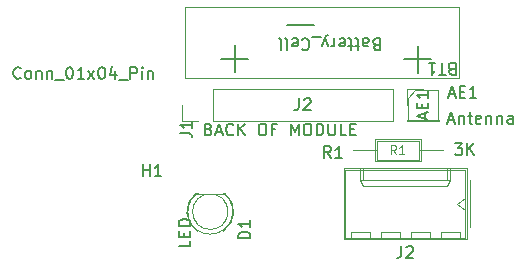
<source format=gbr>
%TF.GenerationSoftware,KiCad,Pcbnew,7.0.2*%
%TF.CreationDate,2023-12-15T19:23:06+00:00*%
%TF.ProjectId,rxhardware,72786861-7264-4776-9172-652e6b696361,rev?*%
%TF.SameCoordinates,Original*%
%TF.FileFunction,Legend,Top*%
%TF.FilePolarity,Positive*%
%FSLAX46Y46*%
G04 Gerber Fmt 4.6, Leading zero omitted, Abs format (unit mm)*
G04 Created by KiCad (PCBNEW 7.0.2) date 2023-12-15 19:23:06*
%MOMM*%
%LPD*%
G01*
G04 APERTURE LIST*
%ADD10C,0.150000*%
%ADD11C,0.108000*%
%ADD12C,0.120000*%
%ADD13C,0.100000*%
G04 APERTURE END LIST*
D10*
X150101428Y-89783809D02*
X150244285Y-89831428D01*
X150244285Y-89831428D02*
X150291904Y-89879047D01*
X150291904Y-89879047D02*
X150339523Y-89974285D01*
X150339523Y-89974285D02*
X150339523Y-90117142D01*
X150339523Y-90117142D02*
X150291904Y-90212380D01*
X150291904Y-90212380D02*
X150244285Y-90260000D01*
X150244285Y-90260000D02*
X150149047Y-90307619D01*
X150149047Y-90307619D02*
X149768095Y-90307619D01*
X149768095Y-90307619D02*
X149768095Y-89307619D01*
X149768095Y-89307619D02*
X150101428Y-89307619D01*
X150101428Y-89307619D02*
X150196666Y-89355238D01*
X150196666Y-89355238D02*
X150244285Y-89402857D01*
X150244285Y-89402857D02*
X150291904Y-89498095D01*
X150291904Y-89498095D02*
X150291904Y-89593333D01*
X150291904Y-89593333D02*
X150244285Y-89688571D01*
X150244285Y-89688571D02*
X150196666Y-89736190D01*
X150196666Y-89736190D02*
X150101428Y-89783809D01*
X150101428Y-89783809D02*
X149768095Y-89783809D01*
X150720476Y-90021904D02*
X151196666Y-90021904D01*
X150625238Y-90307619D02*
X150958571Y-89307619D01*
X150958571Y-89307619D02*
X151291904Y-90307619D01*
X152196666Y-90212380D02*
X152149047Y-90260000D01*
X152149047Y-90260000D02*
X152006190Y-90307619D01*
X152006190Y-90307619D02*
X151910952Y-90307619D01*
X151910952Y-90307619D02*
X151768095Y-90260000D01*
X151768095Y-90260000D02*
X151672857Y-90164761D01*
X151672857Y-90164761D02*
X151625238Y-90069523D01*
X151625238Y-90069523D02*
X151577619Y-89879047D01*
X151577619Y-89879047D02*
X151577619Y-89736190D01*
X151577619Y-89736190D02*
X151625238Y-89545714D01*
X151625238Y-89545714D02*
X151672857Y-89450476D01*
X151672857Y-89450476D02*
X151768095Y-89355238D01*
X151768095Y-89355238D02*
X151910952Y-89307619D01*
X151910952Y-89307619D02*
X152006190Y-89307619D01*
X152006190Y-89307619D02*
X152149047Y-89355238D01*
X152149047Y-89355238D02*
X152196666Y-89402857D01*
X152625238Y-90307619D02*
X152625238Y-89307619D01*
X153196666Y-90307619D02*
X152768095Y-89736190D01*
X153196666Y-89307619D02*
X152625238Y-89879047D01*
X154577619Y-89307619D02*
X154768095Y-89307619D01*
X154768095Y-89307619D02*
X154863333Y-89355238D01*
X154863333Y-89355238D02*
X154958571Y-89450476D01*
X154958571Y-89450476D02*
X155006190Y-89640952D01*
X155006190Y-89640952D02*
X155006190Y-89974285D01*
X155006190Y-89974285D02*
X154958571Y-90164761D01*
X154958571Y-90164761D02*
X154863333Y-90260000D01*
X154863333Y-90260000D02*
X154768095Y-90307619D01*
X154768095Y-90307619D02*
X154577619Y-90307619D01*
X154577619Y-90307619D02*
X154482381Y-90260000D01*
X154482381Y-90260000D02*
X154387143Y-90164761D01*
X154387143Y-90164761D02*
X154339524Y-89974285D01*
X154339524Y-89974285D02*
X154339524Y-89640952D01*
X154339524Y-89640952D02*
X154387143Y-89450476D01*
X154387143Y-89450476D02*
X154482381Y-89355238D01*
X154482381Y-89355238D02*
X154577619Y-89307619D01*
X155768095Y-89783809D02*
X155434762Y-89783809D01*
X155434762Y-90307619D02*
X155434762Y-89307619D01*
X155434762Y-89307619D02*
X155910952Y-89307619D01*
X157053810Y-90307619D02*
X157053810Y-89307619D01*
X157053810Y-89307619D02*
X157387143Y-90021904D01*
X157387143Y-90021904D02*
X157720476Y-89307619D01*
X157720476Y-89307619D02*
X157720476Y-90307619D01*
X158387143Y-89307619D02*
X158577619Y-89307619D01*
X158577619Y-89307619D02*
X158672857Y-89355238D01*
X158672857Y-89355238D02*
X158768095Y-89450476D01*
X158768095Y-89450476D02*
X158815714Y-89640952D01*
X158815714Y-89640952D02*
X158815714Y-89974285D01*
X158815714Y-89974285D02*
X158768095Y-90164761D01*
X158768095Y-90164761D02*
X158672857Y-90260000D01*
X158672857Y-90260000D02*
X158577619Y-90307619D01*
X158577619Y-90307619D02*
X158387143Y-90307619D01*
X158387143Y-90307619D02*
X158291905Y-90260000D01*
X158291905Y-90260000D02*
X158196667Y-90164761D01*
X158196667Y-90164761D02*
X158149048Y-89974285D01*
X158149048Y-89974285D02*
X158149048Y-89640952D01*
X158149048Y-89640952D02*
X158196667Y-89450476D01*
X158196667Y-89450476D02*
X158291905Y-89355238D01*
X158291905Y-89355238D02*
X158387143Y-89307619D01*
X159244286Y-90307619D02*
X159244286Y-89307619D01*
X159244286Y-89307619D02*
X159482381Y-89307619D01*
X159482381Y-89307619D02*
X159625238Y-89355238D01*
X159625238Y-89355238D02*
X159720476Y-89450476D01*
X159720476Y-89450476D02*
X159768095Y-89545714D01*
X159768095Y-89545714D02*
X159815714Y-89736190D01*
X159815714Y-89736190D02*
X159815714Y-89879047D01*
X159815714Y-89879047D02*
X159768095Y-90069523D01*
X159768095Y-90069523D02*
X159720476Y-90164761D01*
X159720476Y-90164761D02*
X159625238Y-90260000D01*
X159625238Y-90260000D02*
X159482381Y-90307619D01*
X159482381Y-90307619D02*
X159244286Y-90307619D01*
X160244286Y-89307619D02*
X160244286Y-90117142D01*
X160244286Y-90117142D02*
X160291905Y-90212380D01*
X160291905Y-90212380D02*
X160339524Y-90260000D01*
X160339524Y-90260000D02*
X160434762Y-90307619D01*
X160434762Y-90307619D02*
X160625238Y-90307619D01*
X160625238Y-90307619D02*
X160720476Y-90260000D01*
X160720476Y-90260000D02*
X160768095Y-90212380D01*
X160768095Y-90212380D02*
X160815714Y-90117142D01*
X160815714Y-90117142D02*
X160815714Y-89307619D01*
X161768095Y-90307619D02*
X161291905Y-90307619D01*
X161291905Y-90307619D02*
X161291905Y-89307619D01*
X162101429Y-89783809D02*
X162434762Y-89783809D01*
X162577619Y-90307619D02*
X162101429Y-90307619D01*
X162101429Y-90307619D02*
X162101429Y-89307619D01*
X162101429Y-89307619D02*
X162577619Y-89307619D01*
%TO.C,J1*%
X147715619Y-90101333D02*
X148429904Y-90101333D01*
X148429904Y-90101333D02*
X148572761Y-90148952D01*
X148572761Y-90148952D02*
X148668000Y-90244190D01*
X148668000Y-90244190D02*
X148715619Y-90387047D01*
X148715619Y-90387047D02*
X148715619Y-90482285D01*
X148715619Y-89101333D02*
X148715619Y-89672761D01*
X148715619Y-89387047D02*
X147715619Y-89387047D01*
X147715619Y-89387047D02*
X147858476Y-89482285D01*
X147858476Y-89482285D02*
X147953714Y-89577523D01*
X147953714Y-89577523D02*
X148001333Y-89672761D01*
%TO.C,H1*%
X144532095Y-93746619D02*
X144532095Y-92746619D01*
X144532095Y-93222809D02*
X145103523Y-93222809D01*
X145103523Y-93746619D02*
X145103523Y-92746619D01*
X146103523Y-93746619D02*
X145532095Y-93746619D01*
X145817809Y-93746619D02*
X145817809Y-92746619D01*
X145817809Y-92746619D02*
X145722571Y-92889476D01*
X145722571Y-92889476D02*
X145627333Y-92984714D01*
X145627333Y-92984714D02*
X145532095Y-93032333D01*
%TO.C,J2*%
X166418666Y-99670619D02*
X166418666Y-100384904D01*
X166418666Y-100384904D02*
X166371047Y-100527761D01*
X166371047Y-100527761D02*
X166275809Y-100623000D01*
X166275809Y-100623000D02*
X166132952Y-100670619D01*
X166132952Y-100670619D02*
X166037714Y-100670619D01*
X166847238Y-99765857D02*
X166894857Y-99718238D01*
X166894857Y-99718238D02*
X166990095Y-99670619D01*
X166990095Y-99670619D02*
X167228190Y-99670619D01*
X167228190Y-99670619D02*
X167323428Y-99718238D01*
X167323428Y-99718238D02*
X167371047Y-99765857D01*
X167371047Y-99765857D02*
X167418666Y-99861095D01*
X167418666Y-99861095D02*
X167418666Y-99956333D01*
X167418666Y-99956333D02*
X167371047Y-100099190D01*
X167371047Y-100099190D02*
X166799619Y-100670619D01*
X166799619Y-100670619D02*
X167418666Y-100670619D01*
X134199475Y-85416380D02*
X134151856Y-85464000D01*
X134151856Y-85464000D02*
X134008999Y-85511619D01*
X134008999Y-85511619D02*
X133913761Y-85511619D01*
X133913761Y-85511619D02*
X133770904Y-85464000D01*
X133770904Y-85464000D02*
X133675666Y-85368761D01*
X133675666Y-85368761D02*
X133628047Y-85273523D01*
X133628047Y-85273523D02*
X133580428Y-85083047D01*
X133580428Y-85083047D02*
X133580428Y-84940190D01*
X133580428Y-84940190D02*
X133628047Y-84749714D01*
X133628047Y-84749714D02*
X133675666Y-84654476D01*
X133675666Y-84654476D02*
X133770904Y-84559238D01*
X133770904Y-84559238D02*
X133913761Y-84511619D01*
X133913761Y-84511619D02*
X134008999Y-84511619D01*
X134008999Y-84511619D02*
X134151856Y-84559238D01*
X134151856Y-84559238D02*
X134199475Y-84606857D01*
X134770904Y-85511619D02*
X134675666Y-85464000D01*
X134675666Y-85464000D02*
X134628047Y-85416380D01*
X134628047Y-85416380D02*
X134580428Y-85321142D01*
X134580428Y-85321142D02*
X134580428Y-85035428D01*
X134580428Y-85035428D02*
X134628047Y-84940190D01*
X134628047Y-84940190D02*
X134675666Y-84892571D01*
X134675666Y-84892571D02*
X134770904Y-84844952D01*
X134770904Y-84844952D02*
X134913761Y-84844952D01*
X134913761Y-84844952D02*
X135008999Y-84892571D01*
X135008999Y-84892571D02*
X135056618Y-84940190D01*
X135056618Y-84940190D02*
X135104237Y-85035428D01*
X135104237Y-85035428D02*
X135104237Y-85321142D01*
X135104237Y-85321142D02*
X135056618Y-85416380D01*
X135056618Y-85416380D02*
X135008999Y-85464000D01*
X135008999Y-85464000D02*
X134913761Y-85511619D01*
X134913761Y-85511619D02*
X134770904Y-85511619D01*
X135532809Y-84844952D02*
X135532809Y-85511619D01*
X135532809Y-84940190D02*
X135580428Y-84892571D01*
X135580428Y-84892571D02*
X135675666Y-84844952D01*
X135675666Y-84844952D02*
X135818523Y-84844952D01*
X135818523Y-84844952D02*
X135913761Y-84892571D01*
X135913761Y-84892571D02*
X135961380Y-84987809D01*
X135961380Y-84987809D02*
X135961380Y-85511619D01*
X136437571Y-84844952D02*
X136437571Y-85511619D01*
X136437571Y-84940190D02*
X136485190Y-84892571D01*
X136485190Y-84892571D02*
X136580428Y-84844952D01*
X136580428Y-84844952D02*
X136723285Y-84844952D01*
X136723285Y-84844952D02*
X136818523Y-84892571D01*
X136818523Y-84892571D02*
X136866142Y-84987809D01*
X136866142Y-84987809D02*
X136866142Y-85511619D01*
X137104238Y-85606857D02*
X137866142Y-85606857D01*
X138294714Y-84511619D02*
X138389952Y-84511619D01*
X138389952Y-84511619D02*
X138485190Y-84559238D01*
X138485190Y-84559238D02*
X138532809Y-84606857D01*
X138532809Y-84606857D02*
X138580428Y-84702095D01*
X138580428Y-84702095D02*
X138628047Y-84892571D01*
X138628047Y-84892571D02*
X138628047Y-85130666D01*
X138628047Y-85130666D02*
X138580428Y-85321142D01*
X138580428Y-85321142D02*
X138532809Y-85416380D01*
X138532809Y-85416380D02*
X138485190Y-85464000D01*
X138485190Y-85464000D02*
X138389952Y-85511619D01*
X138389952Y-85511619D02*
X138294714Y-85511619D01*
X138294714Y-85511619D02*
X138199476Y-85464000D01*
X138199476Y-85464000D02*
X138151857Y-85416380D01*
X138151857Y-85416380D02*
X138104238Y-85321142D01*
X138104238Y-85321142D02*
X138056619Y-85130666D01*
X138056619Y-85130666D02*
X138056619Y-84892571D01*
X138056619Y-84892571D02*
X138104238Y-84702095D01*
X138104238Y-84702095D02*
X138151857Y-84606857D01*
X138151857Y-84606857D02*
X138199476Y-84559238D01*
X138199476Y-84559238D02*
X138294714Y-84511619D01*
X139580428Y-85511619D02*
X139009000Y-85511619D01*
X139294714Y-85511619D02*
X139294714Y-84511619D01*
X139294714Y-84511619D02*
X139199476Y-84654476D01*
X139199476Y-84654476D02*
X139104238Y-84749714D01*
X139104238Y-84749714D02*
X139009000Y-84797333D01*
X139913762Y-85511619D02*
X140437571Y-84844952D01*
X139913762Y-84844952D02*
X140437571Y-85511619D01*
X141009000Y-84511619D02*
X141104238Y-84511619D01*
X141104238Y-84511619D02*
X141199476Y-84559238D01*
X141199476Y-84559238D02*
X141247095Y-84606857D01*
X141247095Y-84606857D02*
X141294714Y-84702095D01*
X141294714Y-84702095D02*
X141342333Y-84892571D01*
X141342333Y-84892571D02*
X141342333Y-85130666D01*
X141342333Y-85130666D02*
X141294714Y-85321142D01*
X141294714Y-85321142D02*
X141247095Y-85416380D01*
X141247095Y-85416380D02*
X141199476Y-85464000D01*
X141199476Y-85464000D02*
X141104238Y-85511619D01*
X141104238Y-85511619D02*
X141009000Y-85511619D01*
X141009000Y-85511619D02*
X140913762Y-85464000D01*
X140913762Y-85464000D02*
X140866143Y-85416380D01*
X140866143Y-85416380D02*
X140818524Y-85321142D01*
X140818524Y-85321142D02*
X140770905Y-85130666D01*
X140770905Y-85130666D02*
X140770905Y-84892571D01*
X140770905Y-84892571D02*
X140818524Y-84702095D01*
X140818524Y-84702095D02*
X140866143Y-84606857D01*
X140866143Y-84606857D02*
X140913762Y-84559238D01*
X140913762Y-84559238D02*
X141009000Y-84511619D01*
X142199476Y-84844952D02*
X142199476Y-85511619D01*
X141961381Y-84464000D02*
X141723286Y-85178285D01*
X141723286Y-85178285D02*
X142342333Y-85178285D01*
X142485191Y-85606857D02*
X143247095Y-85606857D01*
X143485191Y-85511619D02*
X143485191Y-84511619D01*
X143485191Y-84511619D02*
X143866143Y-84511619D01*
X143866143Y-84511619D02*
X143961381Y-84559238D01*
X143961381Y-84559238D02*
X144009000Y-84606857D01*
X144009000Y-84606857D02*
X144056619Y-84702095D01*
X144056619Y-84702095D02*
X144056619Y-84844952D01*
X144056619Y-84844952D02*
X144009000Y-84940190D01*
X144009000Y-84940190D02*
X143961381Y-84987809D01*
X143961381Y-84987809D02*
X143866143Y-85035428D01*
X143866143Y-85035428D02*
X143485191Y-85035428D01*
X144485191Y-85511619D02*
X144485191Y-84844952D01*
X144485191Y-84511619D02*
X144437572Y-84559238D01*
X144437572Y-84559238D02*
X144485191Y-84606857D01*
X144485191Y-84606857D02*
X144532810Y-84559238D01*
X144532810Y-84559238D02*
X144485191Y-84511619D01*
X144485191Y-84511619D02*
X144485191Y-84606857D01*
X144961381Y-84844952D02*
X144961381Y-85511619D01*
X144961381Y-84940190D02*
X145009000Y-84892571D01*
X145009000Y-84892571D02*
X145104238Y-84844952D01*
X145104238Y-84844952D02*
X145247095Y-84844952D01*
X145247095Y-84844952D02*
X145342333Y-84892571D01*
X145342333Y-84892571D02*
X145389952Y-84987809D01*
X145389952Y-84987809D02*
X145389952Y-85511619D01*
X157757666Y-87174619D02*
X157757666Y-87888904D01*
X157757666Y-87888904D02*
X157710047Y-88031761D01*
X157710047Y-88031761D02*
X157614809Y-88127000D01*
X157614809Y-88127000D02*
X157471952Y-88174619D01*
X157471952Y-88174619D02*
X157376714Y-88174619D01*
X158186238Y-87269857D02*
X158233857Y-87222238D01*
X158233857Y-87222238D02*
X158329095Y-87174619D01*
X158329095Y-87174619D02*
X158567190Y-87174619D01*
X158567190Y-87174619D02*
X158662428Y-87222238D01*
X158662428Y-87222238D02*
X158710047Y-87269857D01*
X158710047Y-87269857D02*
X158757666Y-87365095D01*
X158757666Y-87365095D02*
X158757666Y-87460333D01*
X158757666Y-87460333D02*
X158710047Y-87603190D01*
X158710047Y-87603190D02*
X158138619Y-88174619D01*
X158138619Y-88174619D02*
X158757666Y-88174619D01*
%TO.C,BT1*%
X170687714Y-84694190D02*
X170544857Y-84646571D01*
X170544857Y-84646571D02*
X170497238Y-84598952D01*
X170497238Y-84598952D02*
X170449619Y-84503714D01*
X170449619Y-84503714D02*
X170449619Y-84360857D01*
X170449619Y-84360857D02*
X170497238Y-84265619D01*
X170497238Y-84265619D02*
X170544857Y-84218000D01*
X170544857Y-84218000D02*
X170640095Y-84170380D01*
X170640095Y-84170380D02*
X171021047Y-84170380D01*
X171021047Y-84170380D02*
X171021047Y-85170380D01*
X171021047Y-85170380D02*
X170687714Y-85170380D01*
X170687714Y-85170380D02*
X170592476Y-85122761D01*
X170592476Y-85122761D02*
X170544857Y-85075142D01*
X170544857Y-85075142D02*
X170497238Y-84979904D01*
X170497238Y-84979904D02*
X170497238Y-84884666D01*
X170497238Y-84884666D02*
X170544857Y-84789428D01*
X170544857Y-84789428D02*
X170592476Y-84741809D01*
X170592476Y-84741809D02*
X170687714Y-84694190D01*
X170687714Y-84694190D02*
X171021047Y-84694190D01*
X170163904Y-85170380D02*
X169592476Y-85170380D01*
X169878190Y-84170380D02*
X169878190Y-85170380D01*
X168735333Y-84170380D02*
X169306761Y-84170380D01*
X169021047Y-84170380D02*
X169021047Y-85170380D01*
X169021047Y-85170380D02*
X169116285Y-85027523D01*
X169116285Y-85027523D02*
X169211523Y-84932285D01*
X169211523Y-84932285D02*
X169306761Y-84884666D01*
X164299763Y-82624190D02*
X164156906Y-82576571D01*
X164156906Y-82576571D02*
X164109287Y-82528952D01*
X164109287Y-82528952D02*
X164061668Y-82433714D01*
X164061668Y-82433714D02*
X164061668Y-82290857D01*
X164061668Y-82290857D02*
X164109287Y-82195619D01*
X164109287Y-82195619D02*
X164156906Y-82148000D01*
X164156906Y-82148000D02*
X164252144Y-82100380D01*
X164252144Y-82100380D02*
X164633096Y-82100380D01*
X164633096Y-82100380D02*
X164633096Y-83100380D01*
X164633096Y-83100380D02*
X164299763Y-83100380D01*
X164299763Y-83100380D02*
X164204525Y-83052761D01*
X164204525Y-83052761D02*
X164156906Y-83005142D01*
X164156906Y-83005142D02*
X164109287Y-82909904D01*
X164109287Y-82909904D02*
X164109287Y-82814666D01*
X164109287Y-82814666D02*
X164156906Y-82719428D01*
X164156906Y-82719428D02*
X164204525Y-82671809D01*
X164204525Y-82671809D02*
X164299763Y-82624190D01*
X164299763Y-82624190D02*
X164633096Y-82624190D01*
X163204525Y-82100380D02*
X163204525Y-82624190D01*
X163204525Y-82624190D02*
X163252144Y-82719428D01*
X163252144Y-82719428D02*
X163347382Y-82767047D01*
X163347382Y-82767047D02*
X163537858Y-82767047D01*
X163537858Y-82767047D02*
X163633096Y-82719428D01*
X163204525Y-82148000D02*
X163299763Y-82100380D01*
X163299763Y-82100380D02*
X163537858Y-82100380D01*
X163537858Y-82100380D02*
X163633096Y-82148000D01*
X163633096Y-82148000D02*
X163680715Y-82243238D01*
X163680715Y-82243238D02*
X163680715Y-82338476D01*
X163680715Y-82338476D02*
X163633096Y-82433714D01*
X163633096Y-82433714D02*
X163537858Y-82481333D01*
X163537858Y-82481333D02*
X163299763Y-82481333D01*
X163299763Y-82481333D02*
X163204525Y-82528952D01*
X162871191Y-82767047D02*
X162490239Y-82767047D01*
X162728334Y-83100380D02*
X162728334Y-82243238D01*
X162728334Y-82243238D02*
X162680715Y-82148000D01*
X162680715Y-82148000D02*
X162585477Y-82100380D01*
X162585477Y-82100380D02*
X162490239Y-82100380D01*
X162299762Y-82767047D02*
X161918810Y-82767047D01*
X162156905Y-83100380D02*
X162156905Y-82243238D01*
X162156905Y-82243238D02*
X162109286Y-82148000D01*
X162109286Y-82148000D02*
X162014048Y-82100380D01*
X162014048Y-82100380D02*
X161918810Y-82100380D01*
X161204524Y-82148000D02*
X161299762Y-82100380D01*
X161299762Y-82100380D02*
X161490238Y-82100380D01*
X161490238Y-82100380D02*
X161585476Y-82148000D01*
X161585476Y-82148000D02*
X161633095Y-82243238D01*
X161633095Y-82243238D02*
X161633095Y-82624190D01*
X161633095Y-82624190D02*
X161585476Y-82719428D01*
X161585476Y-82719428D02*
X161490238Y-82767047D01*
X161490238Y-82767047D02*
X161299762Y-82767047D01*
X161299762Y-82767047D02*
X161204524Y-82719428D01*
X161204524Y-82719428D02*
X161156905Y-82624190D01*
X161156905Y-82624190D02*
X161156905Y-82528952D01*
X161156905Y-82528952D02*
X161633095Y-82433714D01*
X160728333Y-82100380D02*
X160728333Y-82767047D01*
X160728333Y-82576571D02*
X160680714Y-82671809D01*
X160680714Y-82671809D02*
X160633095Y-82719428D01*
X160633095Y-82719428D02*
X160537857Y-82767047D01*
X160537857Y-82767047D02*
X160442619Y-82767047D01*
X160204523Y-82767047D02*
X159966428Y-82100380D01*
X159728333Y-82767047D02*
X159966428Y-82100380D01*
X159966428Y-82100380D02*
X160061666Y-81862285D01*
X160061666Y-81862285D02*
X160109285Y-81814666D01*
X160109285Y-81814666D02*
X160204523Y-81767047D01*
X159585476Y-82005142D02*
X158823571Y-82005142D01*
X158014047Y-82195619D02*
X158061666Y-82148000D01*
X158061666Y-82148000D02*
X158204523Y-82100380D01*
X158204523Y-82100380D02*
X158299761Y-82100380D01*
X158299761Y-82100380D02*
X158442618Y-82148000D01*
X158442618Y-82148000D02*
X158537856Y-82243238D01*
X158537856Y-82243238D02*
X158585475Y-82338476D01*
X158585475Y-82338476D02*
X158633094Y-82528952D01*
X158633094Y-82528952D02*
X158633094Y-82671809D01*
X158633094Y-82671809D02*
X158585475Y-82862285D01*
X158585475Y-82862285D02*
X158537856Y-82957523D01*
X158537856Y-82957523D02*
X158442618Y-83052761D01*
X158442618Y-83052761D02*
X158299761Y-83100380D01*
X158299761Y-83100380D02*
X158204523Y-83100380D01*
X158204523Y-83100380D02*
X158061666Y-83052761D01*
X158061666Y-83052761D02*
X158014047Y-83005142D01*
X157204523Y-82148000D02*
X157299761Y-82100380D01*
X157299761Y-82100380D02*
X157490237Y-82100380D01*
X157490237Y-82100380D02*
X157585475Y-82148000D01*
X157585475Y-82148000D02*
X157633094Y-82243238D01*
X157633094Y-82243238D02*
X157633094Y-82624190D01*
X157633094Y-82624190D02*
X157585475Y-82719428D01*
X157585475Y-82719428D02*
X157490237Y-82767047D01*
X157490237Y-82767047D02*
X157299761Y-82767047D01*
X157299761Y-82767047D02*
X157204523Y-82719428D01*
X157204523Y-82719428D02*
X157156904Y-82624190D01*
X157156904Y-82624190D02*
X157156904Y-82528952D01*
X157156904Y-82528952D02*
X157633094Y-82433714D01*
X156585475Y-82100380D02*
X156680713Y-82148000D01*
X156680713Y-82148000D02*
X156728332Y-82243238D01*
X156728332Y-82243238D02*
X156728332Y-83100380D01*
X156061665Y-82100380D02*
X156156903Y-82148000D01*
X156156903Y-82148000D02*
X156204522Y-82243238D01*
X156204522Y-82243238D02*
X156204522Y-83100380D01*
X159014714Y-80959000D02*
X156729000Y-80959000D01*
X153464714Y-83809000D02*
X151179000Y-83809000D01*
X152321857Y-82666142D02*
X152321857Y-84951857D01*
X168964714Y-83839000D02*
X166679000Y-83839000D01*
X167821857Y-82696142D02*
X167821857Y-84981857D01*
%TO.C,R1*%
X160461333Y-92215619D02*
X160128000Y-91739428D01*
X159889905Y-92215619D02*
X159889905Y-91215619D01*
X159889905Y-91215619D02*
X160270857Y-91215619D01*
X160270857Y-91215619D02*
X160366095Y-91263238D01*
X160366095Y-91263238D02*
X160413714Y-91310857D01*
X160413714Y-91310857D02*
X160461333Y-91406095D01*
X160461333Y-91406095D02*
X160461333Y-91548952D01*
X160461333Y-91548952D02*
X160413714Y-91644190D01*
X160413714Y-91644190D02*
X160366095Y-91691809D01*
X160366095Y-91691809D02*
X160270857Y-91739428D01*
X160270857Y-91739428D02*
X159889905Y-91739428D01*
X161413714Y-92215619D02*
X160842286Y-92215619D01*
X161128000Y-92215619D02*
X161128000Y-91215619D01*
X161128000Y-91215619D02*
X161032762Y-91358476D01*
X161032762Y-91358476D02*
X160937524Y-91453714D01*
X160937524Y-91453714D02*
X160842286Y-91501333D01*
X170968667Y-90977619D02*
X171587714Y-90977619D01*
X171587714Y-90977619D02*
X171254381Y-91358571D01*
X171254381Y-91358571D02*
X171397238Y-91358571D01*
X171397238Y-91358571D02*
X171492476Y-91406190D01*
X171492476Y-91406190D02*
X171540095Y-91453809D01*
X171540095Y-91453809D02*
X171587714Y-91549047D01*
X171587714Y-91549047D02*
X171587714Y-91787142D01*
X171587714Y-91787142D02*
X171540095Y-91882380D01*
X171540095Y-91882380D02*
X171492476Y-91930000D01*
X171492476Y-91930000D02*
X171397238Y-91977619D01*
X171397238Y-91977619D02*
X171111524Y-91977619D01*
X171111524Y-91977619D02*
X171016286Y-91930000D01*
X171016286Y-91930000D02*
X170968667Y-91882380D01*
X172016286Y-91977619D02*
X172016286Y-90977619D01*
X172587714Y-91977619D02*
X172159143Y-91406190D01*
X172587714Y-90977619D02*
X172016286Y-91549047D01*
D11*
X165988000Y-91870085D02*
X165748000Y-91527228D01*
X165576571Y-91870085D02*
X165576571Y-91150085D01*
X165576571Y-91150085D02*
X165850857Y-91150085D01*
X165850857Y-91150085D02*
X165919428Y-91184371D01*
X165919428Y-91184371D02*
X165953714Y-91218657D01*
X165953714Y-91218657D02*
X165988000Y-91287228D01*
X165988000Y-91287228D02*
X165988000Y-91390085D01*
X165988000Y-91390085D02*
X165953714Y-91458657D01*
X165953714Y-91458657D02*
X165919428Y-91492942D01*
X165919428Y-91492942D02*
X165850857Y-91527228D01*
X165850857Y-91527228D02*
X165576571Y-91527228D01*
X166673714Y-91870085D02*
X166262285Y-91870085D01*
X166468000Y-91870085D02*
X166468000Y-91150085D01*
X166468000Y-91150085D02*
X166399428Y-91252942D01*
X166399428Y-91252942D02*
X166330857Y-91321514D01*
X166330857Y-91321514D02*
X166262285Y-91355800D01*
D10*
%TO.C,AE1*%
X170449333Y-86831904D02*
X170925523Y-86831904D01*
X170354095Y-87117619D02*
X170687428Y-86117619D01*
X170687428Y-86117619D02*
X171020761Y-87117619D01*
X171354095Y-86593809D02*
X171687428Y-86593809D01*
X171830285Y-87117619D02*
X171354095Y-87117619D01*
X171354095Y-87117619D02*
X171354095Y-86117619D01*
X171354095Y-86117619D02*
X171830285Y-86117619D01*
X172782666Y-87117619D02*
X172211238Y-87117619D01*
X172496952Y-87117619D02*
X172496952Y-86117619D01*
X172496952Y-86117619D02*
X172401714Y-86260476D01*
X172401714Y-86260476D02*
X172306476Y-86355714D01*
X172306476Y-86355714D02*
X172211238Y-86403333D01*
X170387095Y-89016904D02*
X170863285Y-89016904D01*
X170291857Y-89302619D02*
X170625190Y-88302619D01*
X170625190Y-88302619D02*
X170958523Y-89302619D01*
X171291857Y-88635952D02*
X171291857Y-89302619D01*
X171291857Y-88731190D02*
X171339476Y-88683571D01*
X171339476Y-88683571D02*
X171434714Y-88635952D01*
X171434714Y-88635952D02*
X171577571Y-88635952D01*
X171577571Y-88635952D02*
X171672809Y-88683571D01*
X171672809Y-88683571D02*
X171720428Y-88778809D01*
X171720428Y-88778809D02*
X171720428Y-89302619D01*
X172053762Y-88635952D02*
X172434714Y-88635952D01*
X172196619Y-88302619D02*
X172196619Y-89159761D01*
X172196619Y-89159761D02*
X172244238Y-89255000D01*
X172244238Y-89255000D02*
X172339476Y-89302619D01*
X172339476Y-89302619D02*
X172434714Y-89302619D01*
X173149000Y-89255000D02*
X173053762Y-89302619D01*
X173053762Y-89302619D02*
X172863286Y-89302619D01*
X172863286Y-89302619D02*
X172768048Y-89255000D01*
X172768048Y-89255000D02*
X172720429Y-89159761D01*
X172720429Y-89159761D02*
X172720429Y-88778809D01*
X172720429Y-88778809D02*
X172768048Y-88683571D01*
X172768048Y-88683571D02*
X172863286Y-88635952D01*
X172863286Y-88635952D02*
X173053762Y-88635952D01*
X173053762Y-88635952D02*
X173149000Y-88683571D01*
X173149000Y-88683571D02*
X173196619Y-88778809D01*
X173196619Y-88778809D02*
X173196619Y-88874047D01*
X173196619Y-88874047D02*
X172720429Y-88969285D01*
X173625191Y-88635952D02*
X173625191Y-89302619D01*
X173625191Y-88731190D02*
X173672810Y-88683571D01*
X173672810Y-88683571D02*
X173768048Y-88635952D01*
X173768048Y-88635952D02*
X173910905Y-88635952D01*
X173910905Y-88635952D02*
X174006143Y-88683571D01*
X174006143Y-88683571D02*
X174053762Y-88778809D01*
X174053762Y-88778809D02*
X174053762Y-89302619D01*
X174529953Y-88635952D02*
X174529953Y-89302619D01*
X174529953Y-88731190D02*
X174577572Y-88683571D01*
X174577572Y-88683571D02*
X174672810Y-88635952D01*
X174672810Y-88635952D02*
X174815667Y-88635952D01*
X174815667Y-88635952D02*
X174910905Y-88683571D01*
X174910905Y-88683571D02*
X174958524Y-88778809D01*
X174958524Y-88778809D02*
X174958524Y-89302619D01*
X175863286Y-89302619D02*
X175863286Y-88778809D01*
X175863286Y-88778809D02*
X175815667Y-88683571D01*
X175815667Y-88683571D02*
X175720429Y-88635952D01*
X175720429Y-88635952D02*
X175529953Y-88635952D01*
X175529953Y-88635952D02*
X175434715Y-88683571D01*
X175863286Y-89255000D02*
X175768048Y-89302619D01*
X175768048Y-89302619D02*
X175529953Y-89302619D01*
X175529953Y-89302619D02*
X175434715Y-89255000D01*
X175434715Y-89255000D02*
X175387096Y-89159761D01*
X175387096Y-89159761D02*
X175387096Y-89064523D01*
X175387096Y-89064523D02*
X175434715Y-88969285D01*
X175434715Y-88969285D02*
X175529953Y-88921666D01*
X175529953Y-88921666D02*
X175768048Y-88921666D01*
X175768048Y-88921666D02*
X175863286Y-88874047D01*
X168425904Y-88904666D02*
X168425904Y-88428476D01*
X168711619Y-88999904D02*
X167711619Y-88666571D01*
X167711619Y-88666571D02*
X168711619Y-88333238D01*
X168187809Y-87999904D02*
X168187809Y-87666571D01*
X168711619Y-87523714D02*
X168711619Y-87999904D01*
X168711619Y-87999904D02*
X167711619Y-87999904D01*
X167711619Y-87999904D02*
X167711619Y-87523714D01*
X168711619Y-86571333D02*
X168711619Y-87142761D01*
X168711619Y-86857047D02*
X167711619Y-86857047D01*
X167711619Y-86857047D02*
X167854476Y-86952285D01*
X167854476Y-86952285D02*
X167949714Y-87047523D01*
X167949714Y-87047523D02*
X167997333Y-87142761D01*
%TO.C,D1*%
X153628619Y-99032094D02*
X152628619Y-99032094D01*
X152628619Y-99032094D02*
X152628619Y-98793999D01*
X152628619Y-98793999D02*
X152676238Y-98651142D01*
X152676238Y-98651142D02*
X152771476Y-98555904D01*
X152771476Y-98555904D02*
X152866714Y-98508285D01*
X152866714Y-98508285D02*
X153057190Y-98460666D01*
X153057190Y-98460666D02*
X153200047Y-98460666D01*
X153200047Y-98460666D02*
X153390523Y-98508285D01*
X153390523Y-98508285D02*
X153485761Y-98555904D01*
X153485761Y-98555904D02*
X153581000Y-98651142D01*
X153581000Y-98651142D02*
X153628619Y-98793999D01*
X153628619Y-98793999D02*
X153628619Y-99032094D01*
X153628619Y-97508285D02*
X153628619Y-98079713D01*
X153628619Y-97793999D02*
X152628619Y-97793999D01*
X152628619Y-97793999D02*
X152771476Y-97889237D01*
X152771476Y-97889237D02*
X152866714Y-97984475D01*
X152866714Y-97984475D02*
X152914333Y-98079713D01*
X148558619Y-99208857D02*
X148558619Y-99685047D01*
X148558619Y-99685047D02*
X147558619Y-99685047D01*
X148034809Y-98875523D02*
X148034809Y-98542190D01*
X148558619Y-98399333D02*
X148558619Y-98875523D01*
X148558619Y-98875523D02*
X147558619Y-98875523D01*
X147558619Y-98875523D02*
X147558619Y-98399333D01*
X148558619Y-97970761D02*
X147558619Y-97970761D01*
X147558619Y-97970761D02*
X147558619Y-97732666D01*
X147558619Y-97732666D02*
X147606238Y-97589809D01*
X147606238Y-97589809D02*
X147701476Y-97494571D01*
X147701476Y-97494571D02*
X147796714Y-97446952D01*
X147796714Y-97446952D02*
X147987190Y-97399333D01*
X147987190Y-97399333D02*
X148130047Y-97399333D01*
X148130047Y-97399333D02*
X148320523Y-97446952D01*
X148320523Y-97446952D02*
X148415761Y-97494571D01*
X148415761Y-97494571D02*
X148511000Y-97589809D01*
X148511000Y-97589809D02*
X148558619Y-97732666D01*
X148558619Y-97732666D02*
X148558619Y-97970761D01*
D12*
%TO.C,J1*%
X150456000Y-89068000D02*
X150456000Y-86408000D01*
X150456000Y-89068000D02*
X165756000Y-89068000D01*
X147856000Y-89068000D02*
X147856000Y-87738000D01*
X165756000Y-89068000D02*
X165756000Y-86408000D01*
X149186000Y-89068000D02*
X147856000Y-89068000D01*
X150456000Y-86408000D02*
X165756000Y-86408000D01*
%TO.C,J2*%
X172232000Y-98088000D02*
X172232000Y-94088000D01*
X171942000Y-99118000D02*
X171942000Y-93098000D01*
X171942000Y-93098000D02*
X161562000Y-93098000D01*
D13*
X171832000Y-99008000D02*
X171832000Y-93208000D01*
X171832000Y-96588000D02*
X171124893Y-96088000D01*
X171832000Y-93208000D02*
X161672000Y-93208000D01*
D12*
X171362000Y-99118000D02*
X171362000Y-98518000D01*
X171362000Y-98518000D02*
X169762000Y-98518000D01*
D13*
X171124893Y-96088000D02*
X171832000Y-95588000D01*
D12*
X170562000Y-94098000D02*
X170312000Y-94628000D01*
X170562000Y-94098000D02*
X162942000Y-94098000D01*
X170562000Y-93098000D02*
X170562000Y-94098000D01*
X170312000Y-94628000D02*
X163192000Y-94628000D01*
X170312000Y-93098000D02*
X170312000Y-94098000D01*
X169762000Y-98518000D02*
X169762000Y-99118000D01*
X168822000Y-99118000D02*
X168822000Y-98518000D01*
X168822000Y-98518000D02*
X167222000Y-98518000D01*
X167222000Y-98518000D02*
X167222000Y-99118000D01*
X166282000Y-99118000D02*
X166282000Y-98518000D01*
X166282000Y-98518000D02*
X164682000Y-98518000D01*
X164682000Y-98518000D02*
X164682000Y-99118000D01*
X163742000Y-99118000D02*
X163742000Y-98518000D01*
X163742000Y-98518000D02*
X162142000Y-98518000D01*
X163192000Y-94628000D02*
X162942000Y-94098000D01*
X163192000Y-93098000D02*
X163192000Y-94098000D01*
X162942000Y-94098000D02*
X162942000Y-93098000D01*
X162142000Y-98518000D02*
X162142000Y-99118000D01*
D13*
X161672000Y-99008000D02*
X171832000Y-99008000D01*
X161672000Y-93208000D02*
X161672000Y-99008000D01*
D12*
X161562000Y-99118000D02*
X171942000Y-99118000D01*
X161562000Y-93098000D02*
X161562000Y-99118000D01*
%TO.C,BT1*%
X171339000Y-85449000D02*
X148119000Y-85449000D01*
X148119000Y-85449000D02*
X148119000Y-79449000D01*
X148119000Y-79449000D02*
X171339000Y-79449000D01*
X171339000Y-79449000D02*
X171339000Y-85449000D01*
D13*
%TO.C,R1*%
X169951000Y-91549000D02*
X167941000Y-91549000D01*
D12*
X169011000Y-91549000D02*
X168061000Y-91549000D01*
X168061000Y-92469000D02*
X168061000Y-90629000D01*
X168061000Y-90629000D02*
X164221000Y-90629000D01*
D13*
X167941000Y-92349000D02*
X167941000Y-90749000D01*
X167941000Y-90749000D02*
X164341000Y-90749000D01*
X164341000Y-92349000D02*
X167941000Y-92349000D01*
X164341000Y-90749000D02*
X164341000Y-92349000D01*
D12*
X164221000Y-92469000D02*
X168061000Y-92469000D01*
X164221000Y-90629000D02*
X164221000Y-92469000D01*
X163271000Y-91549000D02*
X164221000Y-91549000D01*
D13*
X162331000Y-91549000D02*
X164341000Y-91549000D01*
D12*
%TO.C,AE1*%
X166919000Y-86408000D02*
X168249000Y-86408000D01*
X166919000Y-87738000D02*
X166919000Y-86408000D01*
X166919000Y-89008000D02*
X166919000Y-89068000D01*
X166919000Y-89008000D02*
X169579000Y-89008000D01*
X166919000Y-89068000D02*
X169579000Y-89068000D01*
D13*
X166979000Y-87103000D02*
X167614000Y-86468000D01*
X166979000Y-89008000D02*
X166979000Y-87103000D01*
X167614000Y-86468000D02*
X169519000Y-86468000D01*
X169519000Y-86468000D02*
X169519000Y-89008000D01*
X169519000Y-89008000D02*
X166979000Y-89008000D01*
D12*
X169579000Y-89008000D02*
X169579000Y-89068000D01*
%TO.C,D1*%
X151485000Y-95206000D02*
X151329000Y-95206000D01*
X149169000Y-95206000D02*
X149013000Y-95206000D01*
D13*
X151415190Y-95266000D02*
X149082810Y-95266000D01*
D12*
X151327608Y-98438334D02*
G75*
G03*
X151484515Y-95206001I-1078608J1672334D01*
G01*
D13*
X149083525Y-95265446D02*
G75*
G03*
X151415190Y-95266001I1165475J-1500554D01*
G01*
D12*
X151328836Y-97807129D02*
G75*
G03*
X151328999Y-95725040I-1079836J1041129D01*
G01*
X149169001Y-95725040D02*
G75*
G03*
X149169164Y-97807129I1079999J-1040960D01*
G01*
X149013485Y-95206001D02*
G75*
G03*
X149170392Y-98438334I1235515J-1559999D01*
G01*
D13*
X151749000Y-96766000D02*
G75*
G03*
X151749000Y-96766000I-1500000J0D01*
G01*
%TD*%
M02*

</source>
